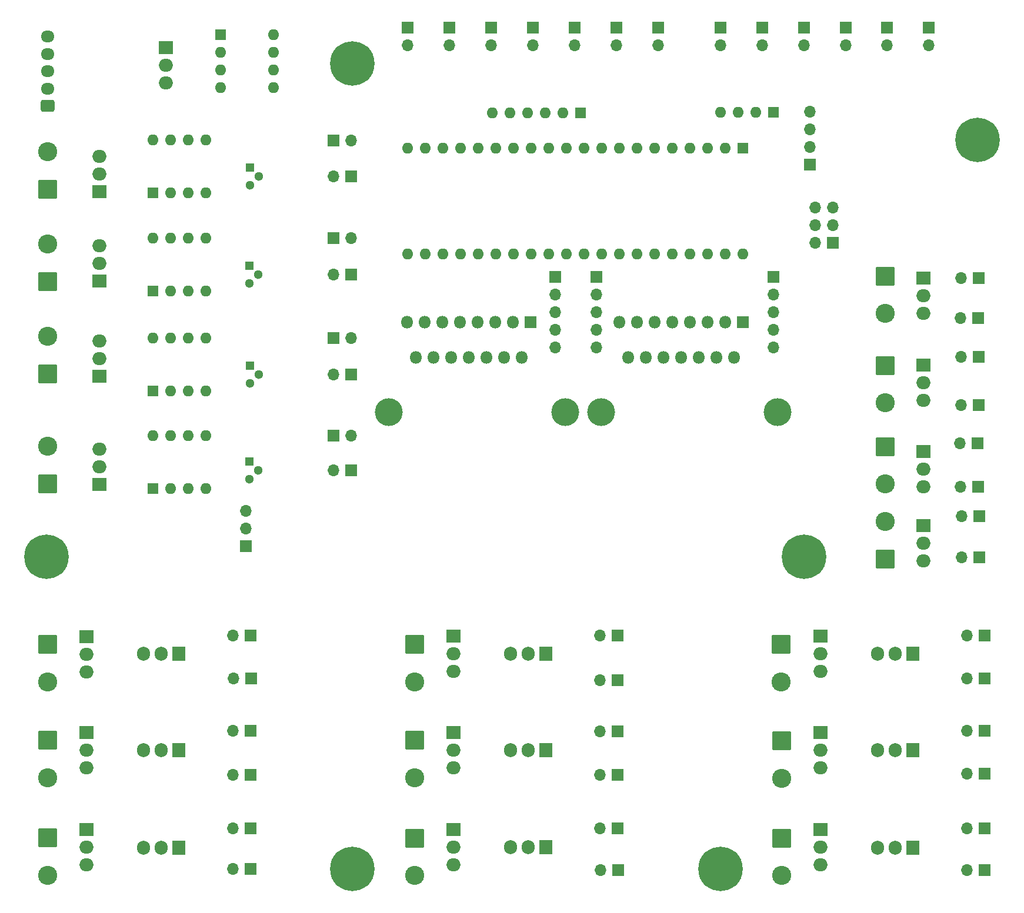
<source format=gbs>
%TF.GenerationSoftware,KiCad,Pcbnew,8.0.2-8.0.2-0~ubuntu24.04.1*%
%TF.CreationDate,2024-05-08T14:16:56+02:00*%
%TF.ProjectId,astrobox_control,61737472-6f62-46f7-985f-636f6e74726f,1*%
%TF.SameCoordinates,Original*%
%TF.FileFunction,Soldermask,Bot*%
%TF.FilePolarity,Negative*%
%FSLAX46Y46*%
G04 Gerber Fmt 4.6, Leading zero omitted, Abs format (unit mm)*
G04 Created by KiCad (PCBNEW 8.0.2-8.0.2-0~ubuntu24.04.1) date 2024-05-08 14:16:56*
%MOMM*%
%LPD*%
G01*
G04 APERTURE LIST*
G04 Aperture macros list*
%AMRoundRect*
0 Rectangle with rounded corners*
0 $1 Rounding radius*
0 $2 $3 $4 $5 $6 $7 $8 $9 X,Y pos of 4 corners*
0 Add a 4 corners polygon primitive as box body*
4,1,4,$2,$3,$4,$5,$6,$7,$8,$9,$2,$3,0*
0 Add four circle primitives for the rounded corners*
1,1,$1+$1,$2,$3*
1,1,$1+$1,$4,$5*
1,1,$1+$1,$6,$7*
1,1,$1+$1,$8,$9*
0 Add four rect primitives between the rounded corners*
20,1,$1+$1,$2,$3,$4,$5,0*
20,1,$1+$1,$4,$5,$6,$7,0*
20,1,$1+$1,$6,$7,$8,$9,0*
20,1,$1+$1,$8,$9,$2,$3,0*%
G04 Aperture macros list end*
%ADD10R,1.905000X2.000000*%
%ADD11O,1.905000X2.000000*%
%ADD12R,1.300000X1.300000*%
%ADD13C,1.300000*%
%ADD14R,1.700000X1.700000*%
%ADD15O,1.700000X1.700000*%
%ADD16RoundRect,0.250000X-1.125000X1.125000X-1.125000X-1.125000X1.125000X-1.125000X1.125000X1.125000X0*%
%ADD17C,2.750000*%
%ADD18R,2.000000X1.905000*%
%ADD19O,2.000000X1.905000*%
%ADD20C,6.400000*%
%ADD21R,1.600000X1.600000*%
%ADD22O,1.600000X1.600000*%
%ADD23RoundRect,0.250000X1.125000X-1.125000X1.125000X1.125000X-1.125000X1.125000X-1.125000X-1.125000X0*%
%ADD24R,1.800000X1.800000*%
%ADD25O,1.800000X1.800000*%
%ADD26C,4.000000*%
%ADD27RoundRect,0.250000X0.725000X-0.600000X0.725000X0.600000X-0.725000X0.600000X-0.725000X-0.600000X0*%
%ADD28O,1.950000X1.700000*%
G04 APERTURE END LIST*
D10*
X94843600Y-109982000D03*
D11*
X92303600Y-109982000D03*
X89763600Y-109982000D03*
D12*
X52218000Y-82296000D03*
D13*
X53488000Y-83566000D03*
X52218000Y-84836000D03*
D14*
X150000000Y-19800000D03*
D15*
X150000000Y-22340000D03*
D14*
X120000000Y-19807000D03*
D15*
X120000000Y-22347000D03*
D16*
X23125000Y-108625000D03*
D17*
X23125000Y-114025000D03*
D16*
X128778000Y-136550400D03*
D17*
X128778000Y-141950400D03*
D14*
X132000000Y-19800000D03*
D15*
X132000000Y-22340000D03*
D14*
X144000000Y-19800000D03*
D15*
X144000000Y-22340000D03*
D14*
X132850000Y-39520000D03*
D15*
X132850000Y-36980000D03*
X132850000Y-34440000D03*
X132850000Y-31900000D03*
D18*
X30625000Y-85630000D03*
D19*
X30625000Y-83090000D03*
X30625000Y-80550000D03*
D20*
X132000000Y-96000000D03*
D21*
X123260000Y-37200000D03*
D22*
X120720000Y-37200000D03*
X118180000Y-37200000D03*
X115640000Y-37200000D03*
X113100000Y-37200000D03*
X110560000Y-37200000D03*
X108020000Y-37200000D03*
X105480000Y-37200000D03*
X102940000Y-37200000D03*
X100400000Y-37200000D03*
X97860000Y-37200000D03*
X95320000Y-37200000D03*
X92780000Y-37200000D03*
X90240000Y-37200000D03*
X87700000Y-37200000D03*
X85160000Y-37200000D03*
X82620000Y-37200000D03*
X80080000Y-37200000D03*
X77540000Y-37200000D03*
X75000000Y-37200000D03*
X75000000Y-52440000D03*
X77540000Y-52440000D03*
X80080000Y-52440000D03*
X82620000Y-52440000D03*
X85160000Y-52440000D03*
X87700000Y-52440000D03*
X90240000Y-52440000D03*
X92780000Y-52440000D03*
X95320000Y-52440000D03*
X97860000Y-52440000D03*
X100400000Y-52440000D03*
X102940000Y-52440000D03*
X105480000Y-52440000D03*
X108020000Y-52440000D03*
X110560000Y-52440000D03*
X113100000Y-52440000D03*
X115640000Y-52440000D03*
X118180000Y-52440000D03*
X120720000Y-52440000D03*
X123260000Y-52440000D03*
D12*
X52222400Y-54102000D03*
D13*
X53492400Y-55372000D03*
X52222400Y-56642000D03*
D14*
X52374800Y-127403938D03*
D15*
X49834800Y-127403938D03*
D16*
X75946000Y-108661200D03*
D17*
X75946000Y-114061200D03*
D16*
X75946000Y-136550400D03*
D17*
X75946000Y-141950400D03*
D18*
X134366000Y-135280400D03*
D19*
X134366000Y-137820400D03*
X134366000Y-140360400D03*
D14*
X158043800Y-107340400D03*
D15*
X155503800Y-107340400D03*
D14*
X138000000Y-19807000D03*
D15*
X138000000Y-22347000D03*
D18*
X81534000Y-135331200D03*
D19*
X81534000Y-137871200D03*
X81534000Y-140411200D03*
D14*
X81000000Y-19812000D03*
D15*
X81000000Y-22352000D03*
D18*
X134366000Y-107442000D03*
D19*
X134366000Y-109982000D03*
X134366000Y-112522000D03*
D10*
X94843600Y-123850400D03*
D11*
X92303600Y-123850400D03*
X89763600Y-123850400D03*
D14*
X66857800Y-55372000D03*
D15*
X64317800Y-55372000D03*
D14*
X157150000Y-55850000D03*
D15*
X154610000Y-55850000D03*
D14*
X66857800Y-69748400D03*
D15*
X64317800Y-69748400D03*
D14*
X87000000Y-19807000D03*
D15*
X87000000Y-22347000D03*
D18*
X28725000Y-135325000D03*
D19*
X28725000Y-137865000D03*
X28725000Y-140405000D03*
D23*
X23125000Y-85525000D03*
D17*
X23125000Y-80125000D03*
D24*
X123210000Y-62257500D03*
D25*
X121940000Y-67337500D03*
X120670000Y-62257500D03*
X119400000Y-67337500D03*
X118130000Y-62257500D03*
X116860000Y-67337500D03*
X115590000Y-62257500D03*
X114320000Y-67337500D03*
X113050000Y-62257500D03*
X111780000Y-67337500D03*
X110510000Y-62257500D03*
X109240000Y-67337500D03*
X107970000Y-62257500D03*
X106700000Y-67337500D03*
X105430000Y-62257500D03*
D10*
X94843600Y-137871200D03*
D11*
X92303600Y-137871200D03*
X89763600Y-137871200D03*
D12*
X52243400Y-40005000D03*
D13*
X53513400Y-41275000D03*
X52243400Y-42545000D03*
D14*
X158038800Y-141173200D03*
D15*
X155498800Y-141173200D03*
D18*
X30620000Y-56340000D03*
D19*
X30620000Y-53800000D03*
X30620000Y-51260000D03*
D14*
X157140000Y-67225000D03*
D15*
X154600000Y-67225000D03*
D12*
X52247800Y-68478400D03*
D13*
X53517800Y-69748400D03*
X52247800Y-71018400D03*
D14*
X64333200Y-78587600D03*
D15*
X66873200Y-78587600D03*
D24*
X92675000Y-62257500D03*
D25*
X91405000Y-67337500D03*
X90135000Y-62257500D03*
X88865000Y-67337500D03*
X87595000Y-62257500D03*
X86325000Y-67337500D03*
X85055000Y-62257500D03*
X83785000Y-67337500D03*
X82515000Y-62257500D03*
X81245000Y-67337500D03*
X79975000Y-62257500D03*
X78705000Y-67337500D03*
X77435000Y-62257500D03*
X76165000Y-67337500D03*
X74895000Y-62257500D03*
D14*
X99000000Y-19807000D03*
D15*
X99000000Y-22347000D03*
D21*
X99875000Y-32075000D03*
D22*
X97335000Y-32075000D03*
X94795000Y-32075000D03*
X92255000Y-32075000D03*
X89715000Y-32075000D03*
X87175000Y-32075000D03*
D14*
X127625000Y-55740000D03*
D15*
X127625000Y-58280000D03*
X127625000Y-60820000D03*
X127625000Y-63360000D03*
X127625000Y-65900000D03*
D14*
X64312800Y-64516000D03*
D15*
X66852800Y-64516000D03*
D14*
X136175000Y-50800000D03*
D15*
X133635000Y-50800000D03*
X136175000Y-48260000D03*
X133635000Y-48260000D03*
X136175000Y-45720000D03*
X133635000Y-45720000D03*
D14*
X52350000Y-121125000D03*
D15*
X49810000Y-121125000D03*
D14*
X158043800Y-121107200D03*
D15*
X155503800Y-121107200D03*
D23*
X143695000Y-96340000D03*
D17*
X143695000Y-90940000D03*
D14*
X157245000Y-90190000D03*
D15*
X154705000Y-90190000D03*
D18*
X28730000Y-107553938D03*
D19*
X28730000Y-110093938D03*
X28730000Y-112633938D03*
D14*
X157125000Y-61675000D03*
D15*
X154585000Y-61675000D03*
D10*
X42030000Y-110000000D03*
D11*
X39490000Y-110000000D03*
X36950000Y-110000000D03*
D18*
X149225000Y-68420000D03*
D19*
X149225000Y-70960000D03*
X149225000Y-73500000D03*
D16*
X23125000Y-122475000D03*
D17*
X23125000Y-127875000D03*
D14*
X105211800Y-113792000D03*
D15*
X102671800Y-113792000D03*
D14*
X64307800Y-50165000D03*
D15*
X66847800Y-50165000D03*
D14*
X105000000Y-19807000D03*
D15*
X105000000Y-22347000D03*
D14*
X126000000Y-19807000D03*
D15*
X126000000Y-22347000D03*
D10*
X42005000Y-137900000D03*
D11*
X39465000Y-137900000D03*
X36925000Y-137900000D03*
D14*
X66857800Y-41275000D03*
D15*
X64317800Y-41275000D03*
D21*
X48006000Y-20828000D03*
D22*
X48006000Y-23368000D03*
X48006000Y-25908000D03*
X48006000Y-28448000D03*
X55626000Y-28448000D03*
X55626000Y-25908000D03*
X55626000Y-23368000D03*
X55626000Y-20828000D03*
D14*
X96200000Y-55730000D03*
D15*
X96200000Y-58270000D03*
X96200000Y-60810000D03*
X96200000Y-63350000D03*
X96200000Y-65890000D03*
D20*
X157000000Y-36000000D03*
D18*
X134386200Y-121310400D03*
D19*
X134386200Y-123850400D03*
X134386200Y-126390400D03*
D18*
X30620000Y-43465000D03*
D19*
X30620000Y-40925000D03*
X30620000Y-38385000D03*
D14*
X64307800Y-36042600D03*
D15*
X66847800Y-36042600D03*
D18*
X149225000Y-55850000D03*
D19*
X149225000Y-58390000D03*
X149225000Y-60930000D03*
D14*
X157220000Y-96140000D03*
D15*
X154680000Y-96140000D03*
D23*
X23125000Y-56415000D03*
D17*
X23125000Y-51015000D03*
D18*
X149200000Y-91500000D03*
D19*
X149200000Y-94040000D03*
X149200000Y-96580000D03*
D23*
X23125000Y-69675000D03*
D17*
X23125000Y-64275000D03*
D18*
X28755000Y-121303938D03*
D19*
X28755000Y-123843938D03*
X28755000Y-126383938D03*
D16*
X23125000Y-136525000D03*
D17*
X23125000Y-141925000D03*
D14*
X66852800Y-83591400D03*
D15*
X64312800Y-83591400D03*
D21*
X38275000Y-43650000D03*
D22*
X40815000Y-43650000D03*
X43355000Y-43650000D03*
X45895000Y-43650000D03*
X45895000Y-36030000D03*
X43355000Y-36030000D03*
X40815000Y-36030000D03*
X38275000Y-36030000D03*
D14*
X75000000Y-19812000D03*
D15*
X75000000Y-22352000D03*
D14*
X157150000Y-74175000D03*
D15*
X154610000Y-74175000D03*
D18*
X30625000Y-70065000D03*
D19*
X30625000Y-67525000D03*
X30625000Y-64985000D03*
D18*
X40143400Y-22696800D03*
D19*
X40143400Y-25236800D03*
X40143400Y-27776800D03*
D23*
X23125000Y-43075000D03*
D17*
X23125000Y-37675000D03*
D14*
X52375000Y-135150000D03*
D15*
X49835000Y-135150000D03*
D14*
X158038800Y-113588800D03*
D15*
X155498800Y-113588800D03*
D20*
X120000000Y-141000000D03*
D14*
X158038800Y-135128000D03*
D15*
X155498800Y-135128000D03*
D16*
X143675000Y-55600000D03*
D17*
X143675000Y-61000000D03*
D14*
X105211800Y-127406400D03*
D15*
X102671800Y-127406400D03*
D10*
X42029000Y-123858938D03*
D11*
X39489000Y-123858938D03*
X36949000Y-123858938D03*
D14*
X105211800Y-121158000D03*
D15*
X102671800Y-121158000D03*
D20*
X23000000Y-96000000D03*
D16*
X143700000Y-68475000D03*
D17*
X143700000Y-73875000D03*
D16*
X143700000Y-80150000D03*
D17*
X143700000Y-85550000D03*
D14*
X105257600Y-141122400D03*
D15*
X102717600Y-141122400D03*
D16*
X128727200Y-108661200D03*
D17*
X128727200Y-114061200D03*
D20*
X67000000Y-25000000D03*
D21*
X127590000Y-32050000D03*
D22*
X125050000Y-32050000D03*
X122510000Y-32050000D03*
X119970000Y-32050000D03*
D14*
X51675000Y-94540000D03*
D15*
X51675000Y-92000000D03*
X51675000Y-89460000D03*
D14*
X111000000Y-19807000D03*
D15*
X111000000Y-22347000D03*
D20*
X67000000Y-141000000D03*
D10*
X147675600Y-110032800D03*
D11*
X145135600Y-110032800D03*
X142595600Y-110032800D03*
D14*
X102100000Y-55740000D03*
D15*
X102100000Y-58280000D03*
X102100000Y-60820000D03*
X102100000Y-63360000D03*
X102100000Y-65900000D03*
D10*
X147675600Y-137922000D03*
D11*
X145135600Y-137922000D03*
X142595600Y-137922000D03*
D14*
X105206800Y-107391200D03*
D15*
X102666800Y-107391200D03*
D14*
X52374800Y-141020800D03*
D15*
X49834800Y-141020800D03*
D26*
X97625000Y-75162500D03*
X72225000Y-75162500D03*
D14*
X157993000Y-127304800D03*
D15*
X155453000Y-127304800D03*
D14*
X157025000Y-79650000D03*
D15*
X154485000Y-79650000D03*
D14*
X105206800Y-135178800D03*
D15*
X102666800Y-135178800D03*
D16*
X128778000Y-122529600D03*
D17*
X128778000Y-127929600D03*
D21*
X38275000Y-57775000D03*
D22*
X40815000Y-57775000D03*
X43355000Y-57775000D03*
X45895000Y-57775000D03*
X45895000Y-50155000D03*
X43355000Y-50155000D03*
X40815000Y-50155000D03*
X38275000Y-50155000D03*
D14*
X52425600Y-113588800D03*
D15*
X49885600Y-113588800D03*
D27*
X23114000Y-31100000D03*
D28*
X23114000Y-28600000D03*
X23114000Y-26100000D03*
X23114000Y-23600000D03*
X23114000Y-21100000D03*
D14*
X93000000Y-19807000D03*
D15*
X93000000Y-22347000D03*
D10*
X147675600Y-123850400D03*
D11*
X145135600Y-123850400D03*
X142595600Y-123850400D03*
D26*
X128250000Y-75162500D03*
X102850000Y-75162500D03*
D21*
X38275000Y-72150000D03*
D22*
X40815000Y-72150000D03*
X43355000Y-72150000D03*
X45895000Y-72150000D03*
X45895000Y-64530000D03*
X43355000Y-64530000D03*
X40815000Y-64530000D03*
X38275000Y-64530000D03*
D21*
X38275000Y-86200000D03*
D22*
X40815000Y-86200000D03*
X43355000Y-86200000D03*
X45895000Y-86200000D03*
X45895000Y-78580000D03*
X43355000Y-78580000D03*
X40815000Y-78580000D03*
X38275000Y-78580000D03*
D18*
X81534000Y-107492800D03*
D19*
X81534000Y-110032800D03*
X81534000Y-112572800D03*
D18*
X81534000Y-121310400D03*
D19*
X81534000Y-123850400D03*
X81534000Y-126390400D03*
D14*
X157125000Y-85975000D03*
D15*
X154585000Y-85975000D03*
D18*
X149205000Y-80860000D03*
D19*
X149205000Y-83400000D03*
X149205000Y-85940000D03*
D14*
X52350000Y-107375000D03*
D15*
X49810000Y-107375000D03*
D16*
X75946000Y-122478800D03*
D17*
X75946000Y-127878800D03*
M02*

</source>
